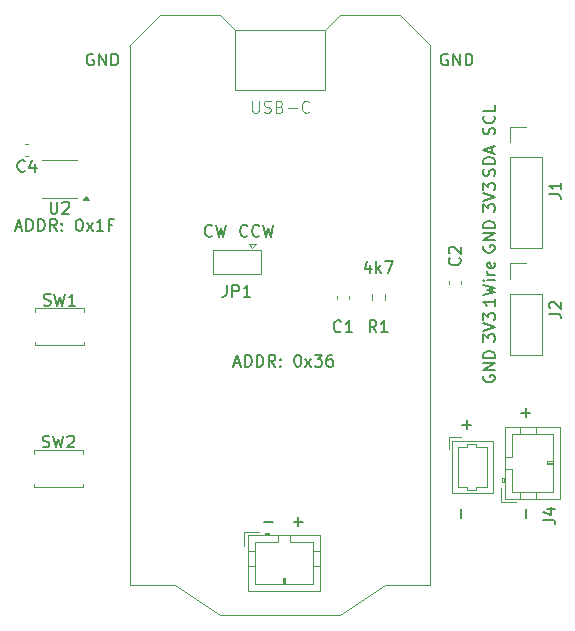
<source format=gbr>
%TF.GenerationSoftware,KiCad,Pcbnew,8.0.7-8.0.7-0~ubuntu22.04.1*%
%TF.CreationDate,2025-01-06T16:11:52+01:00*%
%TF.ProjectId,crack_monitoring_minimal,63726163-6b5f-46d6-9f6e-69746f72696e,rev?*%
%TF.SameCoordinates,Original*%
%TF.FileFunction,Legend,Top*%
%TF.FilePolarity,Positive*%
%FSLAX46Y46*%
G04 Gerber Fmt 4.6, Leading zero omitted, Abs format (unit mm)*
G04 Created by KiCad (PCBNEW 8.0.7-8.0.7-0~ubuntu22.04.1) date 2025-01-06 16:11:52*
%MOMM*%
%LPD*%
G01*
G04 APERTURE LIST*
%ADD10C,0.150000*%
%ADD11C,0.100000*%
%ADD12C,0.120000*%
G04 APERTURE END LIST*
D10*
X165988866Y-84663220D02*
X165988866Y-83901316D01*
X166369819Y-84282268D02*
X165607914Y-84282268D01*
X168322200Y-63210839D02*
X168369819Y-63067982D01*
X168369819Y-63067982D02*
X168369819Y-62829887D01*
X168369819Y-62829887D02*
X168322200Y-62734649D01*
X168322200Y-62734649D02*
X168274580Y-62687030D01*
X168274580Y-62687030D02*
X168179342Y-62639411D01*
X168179342Y-62639411D02*
X168084104Y-62639411D01*
X168084104Y-62639411D02*
X167988866Y-62687030D01*
X167988866Y-62687030D02*
X167941247Y-62734649D01*
X167941247Y-62734649D02*
X167893628Y-62829887D01*
X167893628Y-62829887D02*
X167846009Y-63020363D01*
X167846009Y-63020363D02*
X167798390Y-63115601D01*
X167798390Y-63115601D02*
X167750771Y-63163220D01*
X167750771Y-63163220D02*
X167655533Y-63210839D01*
X167655533Y-63210839D02*
X167560295Y-63210839D01*
X167560295Y-63210839D02*
X167465057Y-63163220D01*
X167465057Y-63163220D02*
X167417438Y-63115601D01*
X167417438Y-63115601D02*
X167369819Y-63020363D01*
X167369819Y-63020363D02*
X167369819Y-62782268D01*
X167369819Y-62782268D02*
X167417438Y-62639411D01*
X168369819Y-62210839D02*
X167369819Y-62210839D01*
X167369819Y-62210839D02*
X167369819Y-61972744D01*
X167369819Y-61972744D02*
X167417438Y-61829887D01*
X167417438Y-61829887D02*
X167512676Y-61734649D01*
X167512676Y-61734649D02*
X167607914Y-61687030D01*
X167607914Y-61687030D02*
X167798390Y-61639411D01*
X167798390Y-61639411D02*
X167941247Y-61639411D01*
X167941247Y-61639411D02*
X168131723Y-61687030D01*
X168131723Y-61687030D02*
X168226961Y-61734649D01*
X168226961Y-61734649D02*
X168322200Y-61829887D01*
X168322200Y-61829887D02*
X168369819Y-61972744D01*
X168369819Y-61972744D02*
X168369819Y-62210839D01*
X168084104Y-61258458D02*
X168084104Y-60782268D01*
X168369819Y-61353696D02*
X167369819Y-61020363D01*
X167369819Y-61020363D02*
X168369819Y-60687030D01*
X147408207Y-68274580D02*
X147360588Y-68322200D01*
X147360588Y-68322200D02*
X147217731Y-68369819D01*
X147217731Y-68369819D02*
X147122493Y-68369819D01*
X147122493Y-68369819D02*
X146979636Y-68322200D01*
X146979636Y-68322200D02*
X146884398Y-68226961D01*
X146884398Y-68226961D02*
X146836779Y-68131723D01*
X146836779Y-68131723D02*
X146789160Y-67941247D01*
X146789160Y-67941247D02*
X146789160Y-67798390D01*
X146789160Y-67798390D02*
X146836779Y-67607914D01*
X146836779Y-67607914D02*
X146884398Y-67512676D01*
X146884398Y-67512676D02*
X146979636Y-67417438D01*
X146979636Y-67417438D02*
X147122493Y-67369819D01*
X147122493Y-67369819D02*
X147217731Y-67369819D01*
X147217731Y-67369819D02*
X147360588Y-67417438D01*
X147360588Y-67417438D02*
X147408207Y-67465057D01*
X148408207Y-68274580D02*
X148360588Y-68322200D01*
X148360588Y-68322200D02*
X148217731Y-68369819D01*
X148217731Y-68369819D02*
X148122493Y-68369819D01*
X148122493Y-68369819D02*
X147979636Y-68322200D01*
X147979636Y-68322200D02*
X147884398Y-68226961D01*
X147884398Y-68226961D02*
X147836779Y-68131723D01*
X147836779Y-68131723D02*
X147789160Y-67941247D01*
X147789160Y-67941247D02*
X147789160Y-67798390D01*
X147789160Y-67798390D02*
X147836779Y-67607914D01*
X147836779Y-67607914D02*
X147884398Y-67512676D01*
X147884398Y-67512676D02*
X147979636Y-67417438D01*
X147979636Y-67417438D02*
X148122493Y-67369819D01*
X148122493Y-67369819D02*
X148217731Y-67369819D01*
X148217731Y-67369819D02*
X148360588Y-67417438D01*
X148360588Y-67417438D02*
X148408207Y-67465057D01*
X148741541Y-67369819D02*
X148979636Y-68369819D01*
X148979636Y-68369819D02*
X149170112Y-67655533D01*
X149170112Y-67655533D02*
X149360588Y-68369819D01*
X149360588Y-68369819D02*
X149598684Y-67369819D01*
X144408207Y-68274580D02*
X144360588Y-68322200D01*
X144360588Y-68322200D02*
X144217731Y-68369819D01*
X144217731Y-68369819D02*
X144122493Y-68369819D01*
X144122493Y-68369819D02*
X143979636Y-68322200D01*
X143979636Y-68322200D02*
X143884398Y-68226961D01*
X143884398Y-68226961D02*
X143836779Y-68131723D01*
X143836779Y-68131723D02*
X143789160Y-67941247D01*
X143789160Y-67941247D02*
X143789160Y-67798390D01*
X143789160Y-67798390D02*
X143836779Y-67607914D01*
X143836779Y-67607914D02*
X143884398Y-67512676D01*
X143884398Y-67512676D02*
X143979636Y-67417438D01*
X143979636Y-67417438D02*
X144122493Y-67369819D01*
X144122493Y-67369819D02*
X144217731Y-67369819D01*
X144217731Y-67369819D02*
X144360588Y-67417438D01*
X144360588Y-67417438D02*
X144408207Y-67465057D01*
X144741541Y-67369819D02*
X144979636Y-68369819D01*
X144979636Y-68369819D02*
X145170112Y-67655533D01*
X145170112Y-67655533D02*
X145360588Y-68369819D01*
X145360588Y-68369819D02*
X145598684Y-67369819D01*
X167369819Y-66258458D02*
X167369819Y-65639411D01*
X167369819Y-65639411D02*
X167750771Y-65972744D01*
X167750771Y-65972744D02*
X167750771Y-65829887D01*
X167750771Y-65829887D02*
X167798390Y-65734649D01*
X167798390Y-65734649D02*
X167846009Y-65687030D01*
X167846009Y-65687030D02*
X167941247Y-65639411D01*
X167941247Y-65639411D02*
X168179342Y-65639411D01*
X168179342Y-65639411D02*
X168274580Y-65687030D01*
X168274580Y-65687030D02*
X168322200Y-65734649D01*
X168322200Y-65734649D02*
X168369819Y-65829887D01*
X168369819Y-65829887D02*
X168369819Y-66115601D01*
X168369819Y-66115601D02*
X168322200Y-66210839D01*
X168322200Y-66210839D02*
X168274580Y-66258458D01*
X167369819Y-65353696D02*
X168369819Y-65020363D01*
X168369819Y-65020363D02*
X167369819Y-64687030D01*
X167369819Y-64448934D02*
X167369819Y-63829887D01*
X167369819Y-63829887D02*
X167750771Y-64163220D01*
X167750771Y-64163220D02*
X167750771Y-64020363D01*
X167750771Y-64020363D02*
X167798390Y-63925125D01*
X167798390Y-63925125D02*
X167846009Y-63877506D01*
X167846009Y-63877506D02*
X167941247Y-63829887D01*
X167941247Y-63829887D02*
X168179342Y-63829887D01*
X168179342Y-63829887D02*
X168274580Y-63877506D01*
X168274580Y-63877506D02*
X168322200Y-63925125D01*
X168322200Y-63925125D02*
X168369819Y-64020363D01*
X168369819Y-64020363D02*
X168369819Y-64306077D01*
X168369819Y-64306077D02*
X168322200Y-64401315D01*
X168322200Y-64401315D02*
X168274580Y-64448934D01*
X168322200Y-59710839D02*
X168369819Y-59567982D01*
X168369819Y-59567982D02*
X168369819Y-59329887D01*
X168369819Y-59329887D02*
X168322200Y-59234649D01*
X168322200Y-59234649D02*
X168274580Y-59187030D01*
X168274580Y-59187030D02*
X168179342Y-59139411D01*
X168179342Y-59139411D02*
X168084104Y-59139411D01*
X168084104Y-59139411D02*
X167988866Y-59187030D01*
X167988866Y-59187030D02*
X167941247Y-59234649D01*
X167941247Y-59234649D02*
X167893628Y-59329887D01*
X167893628Y-59329887D02*
X167846009Y-59520363D01*
X167846009Y-59520363D02*
X167798390Y-59615601D01*
X167798390Y-59615601D02*
X167750771Y-59663220D01*
X167750771Y-59663220D02*
X167655533Y-59710839D01*
X167655533Y-59710839D02*
X167560295Y-59710839D01*
X167560295Y-59710839D02*
X167465057Y-59663220D01*
X167465057Y-59663220D02*
X167417438Y-59615601D01*
X167417438Y-59615601D02*
X167369819Y-59520363D01*
X167369819Y-59520363D02*
X167369819Y-59282268D01*
X167369819Y-59282268D02*
X167417438Y-59139411D01*
X168274580Y-58139411D02*
X168322200Y-58187030D01*
X168322200Y-58187030D02*
X168369819Y-58329887D01*
X168369819Y-58329887D02*
X168369819Y-58425125D01*
X168369819Y-58425125D02*
X168322200Y-58567982D01*
X168322200Y-58567982D02*
X168226961Y-58663220D01*
X168226961Y-58663220D02*
X168131723Y-58710839D01*
X168131723Y-58710839D02*
X167941247Y-58758458D01*
X167941247Y-58758458D02*
X167798390Y-58758458D01*
X167798390Y-58758458D02*
X167607914Y-58710839D01*
X167607914Y-58710839D02*
X167512676Y-58663220D01*
X167512676Y-58663220D02*
X167417438Y-58567982D01*
X167417438Y-58567982D02*
X167369819Y-58425125D01*
X167369819Y-58425125D02*
X167369819Y-58329887D01*
X167369819Y-58329887D02*
X167417438Y-58187030D01*
X167417438Y-58187030D02*
X167465057Y-58139411D01*
X168369819Y-57234649D02*
X168369819Y-57710839D01*
X168369819Y-57710839D02*
X167369819Y-57710839D01*
X167417438Y-69139411D02*
X167369819Y-69234649D01*
X167369819Y-69234649D02*
X167369819Y-69377506D01*
X167369819Y-69377506D02*
X167417438Y-69520363D01*
X167417438Y-69520363D02*
X167512676Y-69615601D01*
X167512676Y-69615601D02*
X167607914Y-69663220D01*
X167607914Y-69663220D02*
X167798390Y-69710839D01*
X167798390Y-69710839D02*
X167941247Y-69710839D01*
X167941247Y-69710839D02*
X168131723Y-69663220D01*
X168131723Y-69663220D02*
X168226961Y-69615601D01*
X168226961Y-69615601D02*
X168322200Y-69520363D01*
X168322200Y-69520363D02*
X168369819Y-69377506D01*
X168369819Y-69377506D02*
X168369819Y-69282268D01*
X168369819Y-69282268D02*
X168322200Y-69139411D01*
X168322200Y-69139411D02*
X168274580Y-69091792D01*
X168274580Y-69091792D02*
X167941247Y-69091792D01*
X167941247Y-69091792D02*
X167941247Y-69282268D01*
X168369819Y-68663220D02*
X167369819Y-68663220D01*
X167369819Y-68663220D02*
X168369819Y-68091792D01*
X168369819Y-68091792D02*
X167369819Y-68091792D01*
X168369819Y-67615601D02*
X167369819Y-67615601D01*
X167369819Y-67615601D02*
X167369819Y-67377506D01*
X167369819Y-67377506D02*
X167417438Y-67234649D01*
X167417438Y-67234649D02*
X167512676Y-67139411D01*
X167512676Y-67139411D02*
X167607914Y-67091792D01*
X167607914Y-67091792D02*
X167798390Y-67044173D01*
X167798390Y-67044173D02*
X167941247Y-67044173D01*
X167941247Y-67044173D02*
X168131723Y-67091792D01*
X168131723Y-67091792D02*
X168226961Y-67139411D01*
X168226961Y-67139411D02*
X168322200Y-67234649D01*
X168322200Y-67234649D02*
X168369819Y-67377506D01*
X168369819Y-67377506D02*
X168369819Y-67615601D01*
X167417438Y-80139411D02*
X167369819Y-80234649D01*
X167369819Y-80234649D02*
X167369819Y-80377506D01*
X167369819Y-80377506D02*
X167417438Y-80520363D01*
X167417438Y-80520363D02*
X167512676Y-80615601D01*
X167512676Y-80615601D02*
X167607914Y-80663220D01*
X167607914Y-80663220D02*
X167798390Y-80710839D01*
X167798390Y-80710839D02*
X167941247Y-80710839D01*
X167941247Y-80710839D02*
X168131723Y-80663220D01*
X168131723Y-80663220D02*
X168226961Y-80615601D01*
X168226961Y-80615601D02*
X168322200Y-80520363D01*
X168322200Y-80520363D02*
X168369819Y-80377506D01*
X168369819Y-80377506D02*
X168369819Y-80282268D01*
X168369819Y-80282268D02*
X168322200Y-80139411D01*
X168322200Y-80139411D02*
X168274580Y-80091792D01*
X168274580Y-80091792D02*
X167941247Y-80091792D01*
X167941247Y-80091792D02*
X167941247Y-80282268D01*
X168369819Y-79663220D02*
X167369819Y-79663220D01*
X167369819Y-79663220D02*
X168369819Y-79091792D01*
X168369819Y-79091792D02*
X167369819Y-79091792D01*
X168369819Y-78615601D02*
X167369819Y-78615601D01*
X167369819Y-78615601D02*
X167369819Y-78377506D01*
X167369819Y-78377506D02*
X167417438Y-78234649D01*
X167417438Y-78234649D02*
X167512676Y-78139411D01*
X167512676Y-78139411D02*
X167607914Y-78091792D01*
X167607914Y-78091792D02*
X167798390Y-78044173D01*
X167798390Y-78044173D02*
X167941247Y-78044173D01*
X167941247Y-78044173D02*
X168131723Y-78091792D01*
X168131723Y-78091792D02*
X168226961Y-78139411D01*
X168226961Y-78139411D02*
X168322200Y-78234649D01*
X168322200Y-78234649D02*
X168369819Y-78377506D01*
X168369819Y-78377506D02*
X168369819Y-78615601D01*
X148836779Y-92488866D02*
X149598684Y-92488866D01*
X170988866Y-83663220D02*
X170988866Y-82901316D01*
X171369819Y-83282268D02*
X170607914Y-83282268D01*
X167369819Y-77258458D02*
X167369819Y-76639411D01*
X167369819Y-76639411D02*
X167750771Y-76972744D01*
X167750771Y-76972744D02*
X167750771Y-76829887D01*
X167750771Y-76829887D02*
X167798390Y-76734649D01*
X167798390Y-76734649D02*
X167846009Y-76687030D01*
X167846009Y-76687030D02*
X167941247Y-76639411D01*
X167941247Y-76639411D02*
X168179342Y-76639411D01*
X168179342Y-76639411D02*
X168274580Y-76687030D01*
X168274580Y-76687030D02*
X168322200Y-76734649D01*
X168322200Y-76734649D02*
X168369819Y-76829887D01*
X168369819Y-76829887D02*
X168369819Y-77115601D01*
X168369819Y-77115601D02*
X168322200Y-77210839D01*
X168322200Y-77210839D02*
X168274580Y-77258458D01*
X167369819Y-76353696D02*
X168369819Y-76020363D01*
X168369819Y-76020363D02*
X167369819Y-75687030D01*
X167369819Y-75448934D02*
X167369819Y-74829887D01*
X167369819Y-74829887D02*
X167750771Y-75163220D01*
X167750771Y-75163220D02*
X167750771Y-75020363D01*
X167750771Y-75020363D02*
X167798390Y-74925125D01*
X167798390Y-74925125D02*
X167846009Y-74877506D01*
X167846009Y-74877506D02*
X167941247Y-74829887D01*
X167941247Y-74829887D02*
X168179342Y-74829887D01*
X168179342Y-74829887D02*
X168274580Y-74877506D01*
X168274580Y-74877506D02*
X168322200Y-74925125D01*
X168322200Y-74925125D02*
X168369819Y-75020363D01*
X168369819Y-75020363D02*
X168369819Y-75306077D01*
X168369819Y-75306077D02*
X168322200Y-75401315D01*
X168322200Y-75401315D02*
X168274580Y-75448934D01*
X134360588Y-52917438D02*
X134265350Y-52869819D01*
X134265350Y-52869819D02*
X134122493Y-52869819D01*
X134122493Y-52869819D02*
X133979636Y-52917438D01*
X133979636Y-52917438D02*
X133884398Y-53012676D01*
X133884398Y-53012676D02*
X133836779Y-53107914D01*
X133836779Y-53107914D02*
X133789160Y-53298390D01*
X133789160Y-53298390D02*
X133789160Y-53441247D01*
X133789160Y-53441247D02*
X133836779Y-53631723D01*
X133836779Y-53631723D02*
X133884398Y-53726961D01*
X133884398Y-53726961D02*
X133979636Y-53822200D01*
X133979636Y-53822200D02*
X134122493Y-53869819D01*
X134122493Y-53869819D02*
X134217731Y-53869819D01*
X134217731Y-53869819D02*
X134360588Y-53822200D01*
X134360588Y-53822200D02*
X134408207Y-53774580D01*
X134408207Y-53774580D02*
X134408207Y-53441247D01*
X134408207Y-53441247D02*
X134217731Y-53441247D01*
X134836779Y-53869819D02*
X134836779Y-52869819D01*
X134836779Y-52869819D02*
X135408207Y-53869819D01*
X135408207Y-53869819D02*
X135408207Y-52869819D01*
X135884398Y-53869819D02*
X135884398Y-52869819D01*
X135884398Y-52869819D02*
X136122493Y-52869819D01*
X136122493Y-52869819D02*
X136265350Y-52917438D01*
X136265350Y-52917438D02*
X136360588Y-53012676D01*
X136360588Y-53012676D02*
X136408207Y-53107914D01*
X136408207Y-53107914D02*
X136455826Y-53298390D01*
X136455826Y-53298390D02*
X136455826Y-53441247D01*
X136455826Y-53441247D02*
X136408207Y-53631723D01*
X136408207Y-53631723D02*
X136360588Y-53726961D01*
X136360588Y-53726961D02*
X136265350Y-53822200D01*
X136265350Y-53822200D02*
X136122493Y-53869819D01*
X136122493Y-53869819D02*
X135884398Y-53869819D01*
X168369819Y-73639411D02*
X168369819Y-74210839D01*
X168369819Y-73925125D02*
X167369819Y-73925125D01*
X167369819Y-73925125D02*
X167512676Y-74020363D01*
X167512676Y-74020363D02*
X167607914Y-74115601D01*
X167607914Y-74115601D02*
X167655533Y-74210839D01*
X167369819Y-73306077D02*
X168369819Y-73067982D01*
X168369819Y-73067982D02*
X167655533Y-72877506D01*
X167655533Y-72877506D02*
X168369819Y-72687030D01*
X168369819Y-72687030D02*
X167369819Y-72448935D01*
X168369819Y-72067982D02*
X167703152Y-72067982D01*
X167369819Y-72067982D02*
X167417438Y-72115601D01*
X167417438Y-72115601D02*
X167465057Y-72067982D01*
X167465057Y-72067982D02*
X167417438Y-72020363D01*
X167417438Y-72020363D02*
X167369819Y-72067982D01*
X167369819Y-72067982D02*
X167465057Y-72067982D01*
X168369819Y-71591792D02*
X167703152Y-71591792D01*
X167893628Y-71591792D02*
X167798390Y-71544173D01*
X167798390Y-71544173D02*
X167750771Y-71496554D01*
X167750771Y-71496554D02*
X167703152Y-71401316D01*
X167703152Y-71401316D02*
X167703152Y-71306078D01*
X168322200Y-70591792D02*
X168369819Y-70687030D01*
X168369819Y-70687030D02*
X168369819Y-70877506D01*
X168369819Y-70877506D02*
X168322200Y-70972744D01*
X168322200Y-70972744D02*
X168226961Y-71020363D01*
X168226961Y-71020363D02*
X167846009Y-71020363D01*
X167846009Y-71020363D02*
X167750771Y-70972744D01*
X167750771Y-70972744D02*
X167703152Y-70877506D01*
X167703152Y-70877506D02*
X167703152Y-70687030D01*
X167703152Y-70687030D02*
X167750771Y-70591792D01*
X167750771Y-70591792D02*
X167846009Y-70544173D01*
X167846009Y-70544173D02*
X167941247Y-70544173D01*
X167941247Y-70544173D02*
X168036485Y-71020363D01*
X164360588Y-52917438D02*
X164265350Y-52869819D01*
X164265350Y-52869819D02*
X164122493Y-52869819D01*
X164122493Y-52869819D02*
X163979636Y-52917438D01*
X163979636Y-52917438D02*
X163884398Y-53012676D01*
X163884398Y-53012676D02*
X163836779Y-53107914D01*
X163836779Y-53107914D02*
X163789160Y-53298390D01*
X163789160Y-53298390D02*
X163789160Y-53441247D01*
X163789160Y-53441247D02*
X163836779Y-53631723D01*
X163836779Y-53631723D02*
X163884398Y-53726961D01*
X163884398Y-53726961D02*
X163979636Y-53822200D01*
X163979636Y-53822200D02*
X164122493Y-53869819D01*
X164122493Y-53869819D02*
X164217731Y-53869819D01*
X164217731Y-53869819D02*
X164360588Y-53822200D01*
X164360588Y-53822200D02*
X164408207Y-53774580D01*
X164408207Y-53774580D02*
X164408207Y-53441247D01*
X164408207Y-53441247D02*
X164217731Y-53441247D01*
X164836779Y-53869819D02*
X164836779Y-52869819D01*
X164836779Y-52869819D02*
X165408207Y-53869819D01*
X165408207Y-53869819D02*
X165408207Y-52869819D01*
X165884398Y-53869819D02*
X165884398Y-52869819D01*
X165884398Y-52869819D02*
X166122493Y-52869819D01*
X166122493Y-52869819D02*
X166265350Y-52917438D01*
X166265350Y-52917438D02*
X166360588Y-53012676D01*
X166360588Y-53012676D02*
X166408207Y-53107914D01*
X166408207Y-53107914D02*
X166455826Y-53298390D01*
X166455826Y-53298390D02*
X166455826Y-53441247D01*
X166455826Y-53441247D02*
X166408207Y-53631723D01*
X166408207Y-53631723D02*
X166360588Y-53726961D01*
X166360588Y-53726961D02*
X166265350Y-53822200D01*
X166265350Y-53822200D02*
X166122493Y-53869819D01*
X166122493Y-53869819D02*
X165884398Y-53869819D01*
X146289160Y-79084104D02*
X146765350Y-79084104D01*
X146193922Y-79369819D02*
X146527255Y-78369819D01*
X146527255Y-78369819D02*
X146860588Y-79369819D01*
X147193922Y-79369819D02*
X147193922Y-78369819D01*
X147193922Y-78369819D02*
X147432017Y-78369819D01*
X147432017Y-78369819D02*
X147574874Y-78417438D01*
X147574874Y-78417438D02*
X147670112Y-78512676D01*
X147670112Y-78512676D02*
X147717731Y-78607914D01*
X147717731Y-78607914D02*
X147765350Y-78798390D01*
X147765350Y-78798390D02*
X147765350Y-78941247D01*
X147765350Y-78941247D02*
X147717731Y-79131723D01*
X147717731Y-79131723D02*
X147670112Y-79226961D01*
X147670112Y-79226961D02*
X147574874Y-79322200D01*
X147574874Y-79322200D02*
X147432017Y-79369819D01*
X147432017Y-79369819D02*
X147193922Y-79369819D01*
X148193922Y-79369819D02*
X148193922Y-78369819D01*
X148193922Y-78369819D02*
X148432017Y-78369819D01*
X148432017Y-78369819D02*
X148574874Y-78417438D01*
X148574874Y-78417438D02*
X148670112Y-78512676D01*
X148670112Y-78512676D02*
X148717731Y-78607914D01*
X148717731Y-78607914D02*
X148765350Y-78798390D01*
X148765350Y-78798390D02*
X148765350Y-78941247D01*
X148765350Y-78941247D02*
X148717731Y-79131723D01*
X148717731Y-79131723D02*
X148670112Y-79226961D01*
X148670112Y-79226961D02*
X148574874Y-79322200D01*
X148574874Y-79322200D02*
X148432017Y-79369819D01*
X148432017Y-79369819D02*
X148193922Y-79369819D01*
X149765350Y-79369819D02*
X149432017Y-78893628D01*
X149193922Y-79369819D02*
X149193922Y-78369819D01*
X149193922Y-78369819D02*
X149574874Y-78369819D01*
X149574874Y-78369819D02*
X149670112Y-78417438D01*
X149670112Y-78417438D02*
X149717731Y-78465057D01*
X149717731Y-78465057D02*
X149765350Y-78560295D01*
X149765350Y-78560295D02*
X149765350Y-78703152D01*
X149765350Y-78703152D02*
X149717731Y-78798390D01*
X149717731Y-78798390D02*
X149670112Y-78846009D01*
X149670112Y-78846009D02*
X149574874Y-78893628D01*
X149574874Y-78893628D02*
X149193922Y-78893628D01*
X150193922Y-79274580D02*
X150241541Y-79322200D01*
X150241541Y-79322200D02*
X150193922Y-79369819D01*
X150193922Y-79369819D02*
X150146303Y-79322200D01*
X150146303Y-79322200D02*
X150193922Y-79274580D01*
X150193922Y-79274580D02*
X150193922Y-79369819D01*
X150193922Y-78750771D02*
X150241541Y-78798390D01*
X150241541Y-78798390D02*
X150193922Y-78846009D01*
X150193922Y-78846009D02*
X150146303Y-78798390D01*
X150146303Y-78798390D02*
X150193922Y-78750771D01*
X150193922Y-78750771D02*
X150193922Y-78846009D01*
X151622493Y-78369819D02*
X151717731Y-78369819D01*
X151717731Y-78369819D02*
X151812969Y-78417438D01*
X151812969Y-78417438D02*
X151860588Y-78465057D01*
X151860588Y-78465057D02*
X151908207Y-78560295D01*
X151908207Y-78560295D02*
X151955826Y-78750771D01*
X151955826Y-78750771D02*
X151955826Y-78988866D01*
X151955826Y-78988866D02*
X151908207Y-79179342D01*
X151908207Y-79179342D02*
X151860588Y-79274580D01*
X151860588Y-79274580D02*
X151812969Y-79322200D01*
X151812969Y-79322200D02*
X151717731Y-79369819D01*
X151717731Y-79369819D02*
X151622493Y-79369819D01*
X151622493Y-79369819D02*
X151527255Y-79322200D01*
X151527255Y-79322200D02*
X151479636Y-79274580D01*
X151479636Y-79274580D02*
X151432017Y-79179342D01*
X151432017Y-79179342D02*
X151384398Y-78988866D01*
X151384398Y-78988866D02*
X151384398Y-78750771D01*
X151384398Y-78750771D02*
X151432017Y-78560295D01*
X151432017Y-78560295D02*
X151479636Y-78465057D01*
X151479636Y-78465057D02*
X151527255Y-78417438D01*
X151527255Y-78417438D02*
X151622493Y-78369819D01*
X152289160Y-79369819D02*
X152812969Y-78703152D01*
X152289160Y-78703152D02*
X152812969Y-79369819D01*
X153098684Y-78369819D02*
X153717731Y-78369819D01*
X153717731Y-78369819D02*
X153384398Y-78750771D01*
X153384398Y-78750771D02*
X153527255Y-78750771D01*
X153527255Y-78750771D02*
X153622493Y-78798390D01*
X153622493Y-78798390D02*
X153670112Y-78846009D01*
X153670112Y-78846009D02*
X153717731Y-78941247D01*
X153717731Y-78941247D02*
X153717731Y-79179342D01*
X153717731Y-79179342D02*
X153670112Y-79274580D01*
X153670112Y-79274580D02*
X153622493Y-79322200D01*
X153622493Y-79322200D02*
X153527255Y-79369819D01*
X153527255Y-79369819D02*
X153241541Y-79369819D01*
X153241541Y-79369819D02*
X153146303Y-79322200D01*
X153146303Y-79322200D02*
X153098684Y-79274580D01*
X154574874Y-78369819D02*
X154384398Y-78369819D01*
X154384398Y-78369819D02*
X154289160Y-78417438D01*
X154289160Y-78417438D02*
X154241541Y-78465057D01*
X154241541Y-78465057D02*
X154146303Y-78607914D01*
X154146303Y-78607914D02*
X154098684Y-78798390D01*
X154098684Y-78798390D02*
X154098684Y-79179342D01*
X154098684Y-79179342D02*
X154146303Y-79274580D01*
X154146303Y-79274580D02*
X154193922Y-79322200D01*
X154193922Y-79322200D02*
X154289160Y-79369819D01*
X154289160Y-79369819D02*
X154479636Y-79369819D01*
X154479636Y-79369819D02*
X154574874Y-79322200D01*
X154574874Y-79322200D02*
X154622493Y-79274580D01*
X154622493Y-79274580D02*
X154670112Y-79179342D01*
X154670112Y-79179342D02*
X154670112Y-78941247D01*
X154670112Y-78941247D02*
X154622493Y-78846009D01*
X154622493Y-78846009D02*
X154574874Y-78798390D01*
X154574874Y-78798390D02*
X154479636Y-78750771D01*
X154479636Y-78750771D02*
X154289160Y-78750771D01*
X154289160Y-78750771D02*
X154193922Y-78798390D01*
X154193922Y-78798390D02*
X154146303Y-78846009D01*
X154146303Y-78846009D02*
X154098684Y-78941247D01*
X127789160Y-67584104D02*
X128265350Y-67584104D01*
X127693922Y-67869819D02*
X128027255Y-66869819D01*
X128027255Y-66869819D02*
X128360588Y-67869819D01*
X128693922Y-67869819D02*
X128693922Y-66869819D01*
X128693922Y-66869819D02*
X128932017Y-66869819D01*
X128932017Y-66869819D02*
X129074874Y-66917438D01*
X129074874Y-66917438D02*
X129170112Y-67012676D01*
X129170112Y-67012676D02*
X129217731Y-67107914D01*
X129217731Y-67107914D02*
X129265350Y-67298390D01*
X129265350Y-67298390D02*
X129265350Y-67441247D01*
X129265350Y-67441247D02*
X129217731Y-67631723D01*
X129217731Y-67631723D02*
X129170112Y-67726961D01*
X129170112Y-67726961D02*
X129074874Y-67822200D01*
X129074874Y-67822200D02*
X128932017Y-67869819D01*
X128932017Y-67869819D02*
X128693922Y-67869819D01*
X129693922Y-67869819D02*
X129693922Y-66869819D01*
X129693922Y-66869819D02*
X129932017Y-66869819D01*
X129932017Y-66869819D02*
X130074874Y-66917438D01*
X130074874Y-66917438D02*
X130170112Y-67012676D01*
X130170112Y-67012676D02*
X130217731Y-67107914D01*
X130217731Y-67107914D02*
X130265350Y-67298390D01*
X130265350Y-67298390D02*
X130265350Y-67441247D01*
X130265350Y-67441247D02*
X130217731Y-67631723D01*
X130217731Y-67631723D02*
X130170112Y-67726961D01*
X130170112Y-67726961D02*
X130074874Y-67822200D01*
X130074874Y-67822200D02*
X129932017Y-67869819D01*
X129932017Y-67869819D02*
X129693922Y-67869819D01*
X131265350Y-67869819D02*
X130932017Y-67393628D01*
X130693922Y-67869819D02*
X130693922Y-66869819D01*
X130693922Y-66869819D02*
X131074874Y-66869819D01*
X131074874Y-66869819D02*
X131170112Y-66917438D01*
X131170112Y-66917438D02*
X131217731Y-66965057D01*
X131217731Y-66965057D02*
X131265350Y-67060295D01*
X131265350Y-67060295D02*
X131265350Y-67203152D01*
X131265350Y-67203152D02*
X131217731Y-67298390D01*
X131217731Y-67298390D02*
X131170112Y-67346009D01*
X131170112Y-67346009D02*
X131074874Y-67393628D01*
X131074874Y-67393628D02*
X130693922Y-67393628D01*
X131693922Y-67774580D02*
X131741541Y-67822200D01*
X131741541Y-67822200D02*
X131693922Y-67869819D01*
X131693922Y-67869819D02*
X131646303Y-67822200D01*
X131646303Y-67822200D02*
X131693922Y-67774580D01*
X131693922Y-67774580D02*
X131693922Y-67869819D01*
X131693922Y-67250771D02*
X131741541Y-67298390D01*
X131741541Y-67298390D02*
X131693922Y-67346009D01*
X131693922Y-67346009D02*
X131646303Y-67298390D01*
X131646303Y-67298390D02*
X131693922Y-67250771D01*
X131693922Y-67250771D02*
X131693922Y-67346009D01*
X133122493Y-66869819D02*
X133217731Y-66869819D01*
X133217731Y-66869819D02*
X133312969Y-66917438D01*
X133312969Y-66917438D02*
X133360588Y-66965057D01*
X133360588Y-66965057D02*
X133408207Y-67060295D01*
X133408207Y-67060295D02*
X133455826Y-67250771D01*
X133455826Y-67250771D02*
X133455826Y-67488866D01*
X133455826Y-67488866D02*
X133408207Y-67679342D01*
X133408207Y-67679342D02*
X133360588Y-67774580D01*
X133360588Y-67774580D02*
X133312969Y-67822200D01*
X133312969Y-67822200D02*
X133217731Y-67869819D01*
X133217731Y-67869819D02*
X133122493Y-67869819D01*
X133122493Y-67869819D02*
X133027255Y-67822200D01*
X133027255Y-67822200D02*
X132979636Y-67774580D01*
X132979636Y-67774580D02*
X132932017Y-67679342D01*
X132932017Y-67679342D02*
X132884398Y-67488866D01*
X132884398Y-67488866D02*
X132884398Y-67250771D01*
X132884398Y-67250771D02*
X132932017Y-67060295D01*
X132932017Y-67060295D02*
X132979636Y-66965057D01*
X132979636Y-66965057D02*
X133027255Y-66917438D01*
X133027255Y-66917438D02*
X133122493Y-66869819D01*
X133789160Y-67869819D02*
X134312969Y-67203152D01*
X133789160Y-67203152D02*
X134312969Y-67869819D01*
X135217731Y-67869819D02*
X134646303Y-67869819D01*
X134932017Y-67869819D02*
X134932017Y-66869819D01*
X134932017Y-66869819D02*
X134836779Y-67012676D01*
X134836779Y-67012676D02*
X134741541Y-67107914D01*
X134741541Y-67107914D02*
X134646303Y-67155533D01*
X135979636Y-67346009D02*
X135646303Y-67346009D01*
X135646303Y-67869819D02*
X135646303Y-66869819D01*
X135646303Y-66869819D02*
X136122493Y-66869819D01*
X151336779Y-92488866D02*
X152098684Y-92488866D01*
X151717731Y-92869819D02*
X151717731Y-92107914D01*
X165488866Y-92163220D02*
X165488866Y-91401316D01*
X170988866Y-92163220D02*
X170988866Y-91401316D01*
X157809523Y-70788152D02*
X157809523Y-71454819D01*
X157571428Y-70407200D02*
X157333333Y-71121485D01*
X157333333Y-71121485D02*
X157952380Y-71121485D01*
X158333333Y-71454819D02*
X158333333Y-70454819D01*
X158428571Y-71073866D02*
X158714285Y-71454819D01*
X158714285Y-70788152D02*
X158333333Y-71169104D01*
X159047619Y-70454819D02*
X159714285Y-70454819D01*
X159714285Y-70454819D02*
X159285714Y-71454819D01*
X165359580Y-70166666D02*
X165407200Y-70214285D01*
X165407200Y-70214285D02*
X165454819Y-70357142D01*
X165454819Y-70357142D02*
X165454819Y-70452380D01*
X165454819Y-70452380D02*
X165407200Y-70595237D01*
X165407200Y-70595237D02*
X165311961Y-70690475D01*
X165311961Y-70690475D02*
X165216723Y-70738094D01*
X165216723Y-70738094D02*
X165026247Y-70785713D01*
X165026247Y-70785713D02*
X164883390Y-70785713D01*
X164883390Y-70785713D02*
X164692914Y-70738094D01*
X164692914Y-70738094D02*
X164597676Y-70690475D01*
X164597676Y-70690475D02*
X164502438Y-70595237D01*
X164502438Y-70595237D02*
X164454819Y-70452380D01*
X164454819Y-70452380D02*
X164454819Y-70357142D01*
X164454819Y-70357142D02*
X164502438Y-70214285D01*
X164502438Y-70214285D02*
X164550057Y-70166666D01*
X164550057Y-69785713D02*
X164502438Y-69738094D01*
X164502438Y-69738094D02*
X164454819Y-69642856D01*
X164454819Y-69642856D02*
X164454819Y-69404761D01*
X164454819Y-69404761D02*
X164502438Y-69309523D01*
X164502438Y-69309523D02*
X164550057Y-69261904D01*
X164550057Y-69261904D02*
X164645295Y-69214285D01*
X164645295Y-69214285D02*
X164740533Y-69214285D01*
X164740533Y-69214285D02*
X164883390Y-69261904D01*
X164883390Y-69261904D02*
X165454819Y-69833332D01*
X165454819Y-69833332D02*
X165454819Y-69214285D01*
X158333333Y-76454819D02*
X158000000Y-75978628D01*
X157761905Y-76454819D02*
X157761905Y-75454819D01*
X157761905Y-75454819D02*
X158142857Y-75454819D01*
X158142857Y-75454819D02*
X158238095Y-75502438D01*
X158238095Y-75502438D02*
X158285714Y-75550057D01*
X158285714Y-75550057D02*
X158333333Y-75645295D01*
X158333333Y-75645295D02*
X158333333Y-75788152D01*
X158333333Y-75788152D02*
X158285714Y-75883390D01*
X158285714Y-75883390D02*
X158238095Y-75931009D01*
X158238095Y-75931009D02*
X158142857Y-75978628D01*
X158142857Y-75978628D02*
X157761905Y-75978628D01*
X159285714Y-76454819D02*
X158714286Y-76454819D01*
X159000000Y-76454819D02*
X159000000Y-75454819D01*
X159000000Y-75454819D02*
X158904762Y-75597676D01*
X158904762Y-75597676D02*
X158809524Y-75692914D01*
X158809524Y-75692914D02*
X158714286Y-75740533D01*
X130166667Y-74157200D02*
X130309524Y-74204819D01*
X130309524Y-74204819D02*
X130547619Y-74204819D01*
X130547619Y-74204819D02*
X130642857Y-74157200D01*
X130642857Y-74157200D02*
X130690476Y-74109580D01*
X130690476Y-74109580D02*
X130738095Y-74014342D01*
X130738095Y-74014342D02*
X130738095Y-73919104D01*
X130738095Y-73919104D02*
X130690476Y-73823866D01*
X130690476Y-73823866D02*
X130642857Y-73776247D01*
X130642857Y-73776247D02*
X130547619Y-73728628D01*
X130547619Y-73728628D02*
X130357143Y-73681009D01*
X130357143Y-73681009D02*
X130261905Y-73633390D01*
X130261905Y-73633390D02*
X130214286Y-73585771D01*
X130214286Y-73585771D02*
X130166667Y-73490533D01*
X130166667Y-73490533D02*
X130166667Y-73395295D01*
X130166667Y-73395295D02*
X130214286Y-73300057D01*
X130214286Y-73300057D02*
X130261905Y-73252438D01*
X130261905Y-73252438D02*
X130357143Y-73204819D01*
X130357143Y-73204819D02*
X130595238Y-73204819D01*
X130595238Y-73204819D02*
X130738095Y-73252438D01*
X131071429Y-73204819D02*
X131309524Y-74204819D01*
X131309524Y-74204819D02*
X131500000Y-73490533D01*
X131500000Y-73490533D02*
X131690476Y-74204819D01*
X131690476Y-74204819D02*
X131928572Y-73204819D01*
X132833333Y-74204819D02*
X132261905Y-74204819D01*
X132547619Y-74204819D02*
X132547619Y-73204819D01*
X132547619Y-73204819D02*
X132452381Y-73347676D01*
X132452381Y-73347676D02*
X132357143Y-73442914D01*
X132357143Y-73442914D02*
X132261905Y-73490533D01*
X172954819Y-64793333D02*
X173669104Y-64793333D01*
X173669104Y-64793333D02*
X173811961Y-64840952D01*
X173811961Y-64840952D02*
X173907200Y-64936190D01*
X173907200Y-64936190D02*
X173954819Y-65079047D01*
X173954819Y-65079047D02*
X173954819Y-65174285D01*
X173954819Y-63793333D02*
X173954819Y-64364761D01*
X173954819Y-64079047D02*
X172954819Y-64079047D01*
X172954819Y-64079047D02*
X173097676Y-64174285D01*
X173097676Y-64174285D02*
X173192914Y-64269523D01*
X173192914Y-64269523D02*
X173240533Y-64364761D01*
X172954819Y-74873333D02*
X173669104Y-74873333D01*
X173669104Y-74873333D02*
X173811961Y-74920952D01*
X173811961Y-74920952D02*
X173907200Y-75016190D01*
X173907200Y-75016190D02*
X173954819Y-75159047D01*
X173954819Y-75159047D02*
X173954819Y-75254285D01*
X173050057Y-74444761D02*
X173002438Y-74397142D01*
X173002438Y-74397142D02*
X172954819Y-74301904D01*
X172954819Y-74301904D02*
X172954819Y-74063809D01*
X172954819Y-74063809D02*
X173002438Y-73968571D01*
X173002438Y-73968571D02*
X173050057Y-73920952D01*
X173050057Y-73920952D02*
X173145295Y-73873333D01*
X173145295Y-73873333D02*
X173240533Y-73873333D01*
X173240533Y-73873333D02*
X173383390Y-73920952D01*
X173383390Y-73920952D02*
X173954819Y-74492380D01*
X173954819Y-74492380D02*
X173954819Y-73873333D01*
X172454819Y-92333333D02*
X173169104Y-92333333D01*
X173169104Y-92333333D02*
X173311961Y-92380952D01*
X173311961Y-92380952D02*
X173407200Y-92476190D01*
X173407200Y-92476190D02*
X173454819Y-92619047D01*
X173454819Y-92619047D02*
X173454819Y-92714285D01*
X172788152Y-91428571D02*
X173454819Y-91428571D01*
X172407200Y-91666666D02*
X173121485Y-91904761D01*
X173121485Y-91904761D02*
X173121485Y-91285714D01*
X155333333Y-76359580D02*
X155285714Y-76407200D01*
X155285714Y-76407200D02*
X155142857Y-76454819D01*
X155142857Y-76454819D02*
X155047619Y-76454819D01*
X155047619Y-76454819D02*
X154904762Y-76407200D01*
X154904762Y-76407200D02*
X154809524Y-76311961D01*
X154809524Y-76311961D02*
X154761905Y-76216723D01*
X154761905Y-76216723D02*
X154714286Y-76026247D01*
X154714286Y-76026247D02*
X154714286Y-75883390D01*
X154714286Y-75883390D02*
X154761905Y-75692914D01*
X154761905Y-75692914D02*
X154809524Y-75597676D01*
X154809524Y-75597676D02*
X154904762Y-75502438D01*
X154904762Y-75502438D02*
X155047619Y-75454819D01*
X155047619Y-75454819D02*
X155142857Y-75454819D01*
X155142857Y-75454819D02*
X155285714Y-75502438D01*
X155285714Y-75502438D02*
X155333333Y-75550057D01*
X156285714Y-76454819D02*
X155714286Y-76454819D01*
X156000000Y-76454819D02*
X156000000Y-75454819D01*
X156000000Y-75454819D02*
X155904762Y-75597676D01*
X155904762Y-75597676D02*
X155809524Y-75692914D01*
X155809524Y-75692914D02*
X155714286Y-75740533D01*
X130738095Y-65404819D02*
X130738095Y-66214342D01*
X130738095Y-66214342D02*
X130785714Y-66309580D01*
X130785714Y-66309580D02*
X130833333Y-66357200D01*
X130833333Y-66357200D02*
X130928571Y-66404819D01*
X130928571Y-66404819D02*
X131119047Y-66404819D01*
X131119047Y-66404819D02*
X131214285Y-66357200D01*
X131214285Y-66357200D02*
X131261904Y-66309580D01*
X131261904Y-66309580D02*
X131309523Y-66214342D01*
X131309523Y-66214342D02*
X131309523Y-65404819D01*
X131738095Y-65500057D02*
X131785714Y-65452438D01*
X131785714Y-65452438D02*
X131880952Y-65404819D01*
X131880952Y-65404819D02*
X132119047Y-65404819D01*
X132119047Y-65404819D02*
X132214285Y-65452438D01*
X132214285Y-65452438D02*
X132261904Y-65500057D01*
X132261904Y-65500057D02*
X132309523Y-65595295D01*
X132309523Y-65595295D02*
X132309523Y-65690533D01*
X132309523Y-65690533D02*
X132261904Y-65833390D01*
X132261904Y-65833390D02*
X131690476Y-66404819D01*
X131690476Y-66404819D02*
X132309523Y-66404819D01*
X130066667Y-86157200D02*
X130209524Y-86204819D01*
X130209524Y-86204819D02*
X130447619Y-86204819D01*
X130447619Y-86204819D02*
X130542857Y-86157200D01*
X130542857Y-86157200D02*
X130590476Y-86109580D01*
X130590476Y-86109580D02*
X130638095Y-86014342D01*
X130638095Y-86014342D02*
X130638095Y-85919104D01*
X130638095Y-85919104D02*
X130590476Y-85823866D01*
X130590476Y-85823866D02*
X130542857Y-85776247D01*
X130542857Y-85776247D02*
X130447619Y-85728628D01*
X130447619Y-85728628D02*
X130257143Y-85681009D01*
X130257143Y-85681009D02*
X130161905Y-85633390D01*
X130161905Y-85633390D02*
X130114286Y-85585771D01*
X130114286Y-85585771D02*
X130066667Y-85490533D01*
X130066667Y-85490533D02*
X130066667Y-85395295D01*
X130066667Y-85395295D02*
X130114286Y-85300057D01*
X130114286Y-85300057D02*
X130161905Y-85252438D01*
X130161905Y-85252438D02*
X130257143Y-85204819D01*
X130257143Y-85204819D02*
X130495238Y-85204819D01*
X130495238Y-85204819D02*
X130638095Y-85252438D01*
X130971429Y-85204819D02*
X131209524Y-86204819D01*
X131209524Y-86204819D02*
X131400000Y-85490533D01*
X131400000Y-85490533D02*
X131590476Y-86204819D01*
X131590476Y-86204819D02*
X131828572Y-85204819D01*
X132161905Y-85300057D02*
X132209524Y-85252438D01*
X132209524Y-85252438D02*
X132304762Y-85204819D01*
X132304762Y-85204819D02*
X132542857Y-85204819D01*
X132542857Y-85204819D02*
X132638095Y-85252438D01*
X132638095Y-85252438D02*
X132685714Y-85300057D01*
X132685714Y-85300057D02*
X132733333Y-85395295D01*
X132733333Y-85395295D02*
X132733333Y-85490533D01*
X132733333Y-85490533D02*
X132685714Y-85633390D01*
X132685714Y-85633390D02*
X132114286Y-86204819D01*
X132114286Y-86204819D02*
X132733333Y-86204819D01*
X145666666Y-72454819D02*
X145666666Y-73169104D01*
X145666666Y-73169104D02*
X145619047Y-73311961D01*
X145619047Y-73311961D02*
X145523809Y-73407200D01*
X145523809Y-73407200D02*
X145380952Y-73454819D01*
X145380952Y-73454819D02*
X145285714Y-73454819D01*
X146142857Y-73454819D02*
X146142857Y-72454819D01*
X146142857Y-72454819D02*
X146523809Y-72454819D01*
X146523809Y-72454819D02*
X146619047Y-72502438D01*
X146619047Y-72502438D02*
X146666666Y-72550057D01*
X146666666Y-72550057D02*
X146714285Y-72645295D01*
X146714285Y-72645295D02*
X146714285Y-72788152D01*
X146714285Y-72788152D02*
X146666666Y-72883390D01*
X146666666Y-72883390D02*
X146619047Y-72931009D01*
X146619047Y-72931009D02*
X146523809Y-72978628D01*
X146523809Y-72978628D02*
X146142857Y-72978628D01*
X147666666Y-73454819D02*
X147095238Y-73454819D01*
X147380952Y-73454819D02*
X147380952Y-72454819D01*
X147380952Y-72454819D02*
X147285714Y-72597676D01*
X147285714Y-72597676D02*
X147190476Y-72692914D01*
X147190476Y-72692914D02*
X147095238Y-72740533D01*
X128558333Y-62789580D02*
X128510714Y-62837200D01*
X128510714Y-62837200D02*
X128367857Y-62884819D01*
X128367857Y-62884819D02*
X128272619Y-62884819D01*
X128272619Y-62884819D02*
X128129762Y-62837200D01*
X128129762Y-62837200D02*
X128034524Y-62741961D01*
X128034524Y-62741961D02*
X127986905Y-62646723D01*
X127986905Y-62646723D02*
X127939286Y-62456247D01*
X127939286Y-62456247D02*
X127939286Y-62313390D01*
X127939286Y-62313390D02*
X127986905Y-62122914D01*
X127986905Y-62122914D02*
X128034524Y-62027676D01*
X128034524Y-62027676D02*
X128129762Y-61932438D01*
X128129762Y-61932438D02*
X128272619Y-61884819D01*
X128272619Y-61884819D02*
X128367857Y-61884819D01*
X128367857Y-61884819D02*
X128510714Y-61932438D01*
X128510714Y-61932438D02*
X128558333Y-61980057D01*
X129415476Y-62218152D02*
X129415476Y-62884819D01*
X129177381Y-61837200D02*
X128939286Y-62551485D01*
X128939286Y-62551485D02*
X129558333Y-62551485D01*
D11*
X147803884Y-56872419D02*
X147803884Y-57681942D01*
X147803884Y-57681942D02*
X147851503Y-57777180D01*
X147851503Y-57777180D02*
X147899122Y-57824800D01*
X147899122Y-57824800D02*
X147994360Y-57872419D01*
X147994360Y-57872419D02*
X148184836Y-57872419D01*
X148184836Y-57872419D02*
X148280074Y-57824800D01*
X148280074Y-57824800D02*
X148327693Y-57777180D01*
X148327693Y-57777180D02*
X148375312Y-57681942D01*
X148375312Y-57681942D02*
X148375312Y-56872419D01*
X148803884Y-57824800D02*
X148946741Y-57872419D01*
X148946741Y-57872419D02*
X149184836Y-57872419D01*
X149184836Y-57872419D02*
X149280074Y-57824800D01*
X149280074Y-57824800D02*
X149327693Y-57777180D01*
X149327693Y-57777180D02*
X149375312Y-57681942D01*
X149375312Y-57681942D02*
X149375312Y-57586704D01*
X149375312Y-57586704D02*
X149327693Y-57491466D01*
X149327693Y-57491466D02*
X149280074Y-57443847D01*
X149280074Y-57443847D02*
X149184836Y-57396228D01*
X149184836Y-57396228D02*
X148994360Y-57348609D01*
X148994360Y-57348609D02*
X148899122Y-57300990D01*
X148899122Y-57300990D02*
X148851503Y-57253371D01*
X148851503Y-57253371D02*
X148803884Y-57158133D01*
X148803884Y-57158133D02*
X148803884Y-57062895D01*
X148803884Y-57062895D02*
X148851503Y-56967657D01*
X148851503Y-56967657D02*
X148899122Y-56920038D01*
X148899122Y-56920038D02*
X148994360Y-56872419D01*
X148994360Y-56872419D02*
X149232455Y-56872419D01*
X149232455Y-56872419D02*
X149375312Y-56920038D01*
X150137217Y-57348609D02*
X150280074Y-57396228D01*
X150280074Y-57396228D02*
X150327693Y-57443847D01*
X150327693Y-57443847D02*
X150375312Y-57539085D01*
X150375312Y-57539085D02*
X150375312Y-57681942D01*
X150375312Y-57681942D02*
X150327693Y-57777180D01*
X150327693Y-57777180D02*
X150280074Y-57824800D01*
X150280074Y-57824800D02*
X150184836Y-57872419D01*
X150184836Y-57872419D02*
X149803884Y-57872419D01*
X149803884Y-57872419D02*
X149803884Y-56872419D01*
X149803884Y-56872419D02*
X150137217Y-56872419D01*
X150137217Y-56872419D02*
X150232455Y-56920038D01*
X150232455Y-56920038D02*
X150280074Y-56967657D01*
X150280074Y-56967657D02*
X150327693Y-57062895D01*
X150327693Y-57062895D02*
X150327693Y-57158133D01*
X150327693Y-57158133D02*
X150280074Y-57253371D01*
X150280074Y-57253371D02*
X150232455Y-57300990D01*
X150232455Y-57300990D02*
X150137217Y-57348609D01*
X150137217Y-57348609D02*
X149803884Y-57348609D01*
X150803884Y-57491466D02*
X151565789Y-57491466D01*
X152613407Y-57777180D02*
X152565788Y-57824800D01*
X152565788Y-57824800D02*
X152422931Y-57872419D01*
X152422931Y-57872419D02*
X152327693Y-57872419D01*
X152327693Y-57872419D02*
X152184836Y-57824800D01*
X152184836Y-57824800D02*
X152089598Y-57729561D01*
X152089598Y-57729561D02*
X152041979Y-57634323D01*
X152041979Y-57634323D02*
X151994360Y-57443847D01*
X151994360Y-57443847D02*
X151994360Y-57300990D01*
X151994360Y-57300990D02*
X152041979Y-57110514D01*
X152041979Y-57110514D02*
X152089598Y-57015276D01*
X152089598Y-57015276D02*
X152184836Y-56920038D01*
X152184836Y-56920038D02*
X152327693Y-56872419D01*
X152327693Y-56872419D02*
X152422931Y-56872419D01*
X152422931Y-56872419D02*
X152565788Y-56920038D01*
X152565788Y-56920038D02*
X152613407Y-56967657D01*
D12*
%TO.C,C2*%
X164490000Y-72415580D02*
X164490000Y-72134420D01*
X165510000Y-72415580D02*
X165510000Y-72134420D01*
%TO.C,R1*%
X157977500Y-73262742D02*
X157977500Y-73737258D01*
X159022500Y-73262742D02*
X159022500Y-73737258D01*
%TO.C,SW1*%
X129430000Y-74430000D02*
X133570000Y-74430000D01*
X129430000Y-74730000D02*
X129430000Y-74430000D01*
X129430000Y-77570000D02*
X129430000Y-77270000D01*
X133570000Y-74430000D02*
X133570000Y-74730000D01*
X133570000Y-77270000D02*
X133570000Y-77570000D01*
X133570000Y-77570000D02*
X129430000Y-77570000D01*
%TO.C,J1*%
X169670000Y-59050000D02*
X171000000Y-59050000D01*
X169670000Y-60380000D02*
X169670000Y-59050000D01*
X169670000Y-61650000D02*
X169670000Y-69330000D01*
X169670000Y-61650000D02*
X172330000Y-61650000D01*
X169670000Y-69330000D02*
X172330000Y-69330000D01*
X172330000Y-61650000D02*
X172330000Y-69330000D01*
%TO.C,J5*%
X164450000Y-85350000D02*
X164450000Y-86350000D01*
X164450000Y-85350000D02*
X165450000Y-85350000D01*
X164740000Y-85640000D02*
X164740000Y-90110000D01*
X164740000Y-90110000D02*
X168160000Y-90110000D01*
X165250000Y-86150000D02*
X166000000Y-86150000D01*
X165250000Y-87875000D02*
X165250000Y-86150000D01*
X165250000Y-87875000D02*
X165250000Y-89600000D01*
X165250000Y-89600000D02*
X166000000Y-89600000D01*
X166000000Y-85950000D02*
X166800000Y-85950000D01*
X166000000Y-86150000D02*
X166000000Y-85950000D01*
X166000000Y-89600000D02*
X166000000Y-89800000D01*
X166000000Y-89800000D02*
X166800000Y-89800000D01*
X166800000Y-85950000D02*
X166800000Y-86150000D01*
X166800000Y-86150000D02*
X167650000Y-86150000D01*
X166800000Y-89600000D02*
X167650000Y-89600000D01*
X166800000Y-89800000D02*
X166800000Y-89600000D01*
X167650000Y-86150000D02*
X167650000Y-87875000D01*
X167650000Y-89600000D02*
X167650000Y-87875000D01*
X168160000Y-85640000D02*
X164740000Y-85640000D01*
X168160000Y-90110000D02*
X168160000Y-85640000D01*
%TO.C,J2*%
X169670000Y-70630000D02*
X171000000Y-70630000D01*
X169670000Y-71960000D02*
X169670000Y-70630000D01*
X169670000Y-73230000D02*
X169670000Y-78370000D01*
X169670000Y-73230000D02*
X172330000Y-73230000D01*
X169670000Y-78370000D02*
X172330000Y-78370000D01*
X172330000Y-73230000D02*
X172330000Y-78370000D01*
%TO.C,J3*%
X147140000Y-93340000D02*
X147140000Y-94590000D01*
X147440000Y-93640000D02*
X147440000Y-98360000D01*
X147440000Y-94950000D02*
X148050000Y-94950000D01*
X147440000Y-96250000D02*
X148050000Y-96250000D01*
X147440000Y-98360000D02*
X153560000Y-98360000D01*
X148050000Y-94250000D02*
X148050000Y-97750000D01*
X148050000Y-97750000D02*
X152950000Y-97750000D01*
X148390000Y-93340000D02*
X147140000Y-93340000D01*
X148900000Y-93440000D02*
X148900000Y-93640000D01*
X149200000Y-93440000D02*
X148900000Y-93440000D01*
X149200000Y-93540000D02*
X148900000Y-93540000D01*
X149200000Y-93640000D02*
X149200000Y-93440000D01*
X150000000Y-93640000D02*
X150000000Y-94250000D01*
X150000000Y-94250000D02*
X148050000Y-94250000D01*
X150400000Y-97250000D02*
X150600000Y-97250000D01*
X150400000Y-97750000D02*
X150400000Y-97250000D01*
X150500000Y-97750000D02*
X150500000Y-97250000D01*
X150600000Y-97250000D02*
X150600000Y-97750000D01*
X151000000Y-94250000D02*
X151000000Y-93640000D01*
X152950000Y-94250000D02*
X151000000Y-94250000D01*
X152950000Y-97750000D02*
X152950000Y-94250000D01*
X153560000Y-93640000D02*
X147440000Y-93640000D01*
X153560000Y-94950000D02*
X152950000Y-94950000D01*
X153560000Y-96250000D02*
X152950000Y-96250000D01*
X153560000Y-98360000D02*
X153560000Y-93640000D01*
%TO.C,J4*%
X168890000Y-89610000D02*
X168890000Y-90860000D01*
X168890000Y-90860000D02*
X170140000Y-90860000D01*
X168990000Y-88800000D02*
X168990000Y-89100000D01*
X168990000Y-89100000D02*
X169190000Y-89100000D01*
X169090000Y-88800000D02*
X169090000Y-89100000D01*
X169190000Y-84440000D02*
X169190000Y-90560000D01*
X169190000Y-88000000D02*
X169800000Y-88000000D01*
X169190000Y-88800000D02*
X168990000Y-88800000D01*
X169190000Y-90560000D02*
X173910000Y-90560000D01*
X169800000Y-85050000D02*
X169800000Y-87000000D01*
X169800000Y-87000000D02*
X169190000Y-87000000D01*
X169800000Y-88000000D02*
X169800000Y-89950000D01*
X169800000Y-89950000D02*
X173300000Y-89950000D01*
X170500000Y-84440000D02*
X170500000Y-85050000D01*
X170500000Y-90560000D02*
X170500000Y-89950000D01*
X171800000Y-84440000D02*
X171800000Y-85050000D01*
X171800000Y-90560000D02*
X171800000Y-89950000D01*
X172800000Y-87400000D02*
X173300000Y-87400000D01*
X172800000Y-87600000D02*
X172800000Y-87400000D01*
X173300000Y-85050000D02*
X169800000Y-85050000D01*
X173300000Y-87500000D02*
X172800000Y-87500000D01*
X173300000Y-87600000D02*
X172800000Y-87600000D01*
X173300000Y-89950000D02*
X173300000Y-85050000D01*
X173910000Y-84440000D02*
X169190000Y-84440000D01*
X173910000Y-90560000D02*
X173910000Y-84440000D01*
%TO.C,C1*%
X154990000Y-73640580D02*
X154990000Y-73359420D01*
X156010000Y-73640580D02*
X156010000Y-73359420D01*
%TO.C,U2*%
X131500000Y-61890000D02*
X130000000Y-61890000D01*
X131500000Y-61890000D02*
X133000000Y-61890000D01*
X131500000Y-65110000D02*
X130000000Y-65110000D01*
X131500000Y-65110000D02*
X133000000Y-65110000D01*
X133952500Y-65265000D02*
X133472500Y-65265000D01*
X133712500Y-64935000D01*
X133952500Y-65265000D01*
G36*
X133952500Y-65265000D02*
G01*
X133472500Y-65265000D01*
X133712500Y-64935000D01*
X133952500Y-65265000D01*
G37*
%TO.C,SW2*%
X129330000Y-86430000D02*
X133470000Y-86430000D01*
X129330000Y-86730000D02*
X129330000Y-86430000D01*
X129330000Y-89570000D02*
X129330000Y-89270000D01*
X133470000Y-86430000D02*
X133470000Y-86730000D01*
X133470000Y-89270000D02*
X133470000Y-89570000D01*
X133470000Y-89570000D02*
X129330000Y-89570000D01*
%TO.C,JP1*%
X144450000Y-69500000D02*
X148550000Y-69500000D01*
X144450000Y-71500000D02*
X144450000Y-69500000D01*
X147800000Y-69300000D02*
X147500000Y-69000000D01*
X147800000Y-69300000D02*
X148100000Y-69000000D01*
X148100000Y-69000000D02*
X147500000Y-69000000D01*
X148550000Y-69500000D02*
X148550000Y-71500000D01*
X148550000Y-71500000D02*
X144450000Y-71500000D01*
%TO.C,C4*%
X128865580Y-60490000D02*
X128584420Y-60490000D01*
X128865580Y-61510000D02*
X128584420Y-61510000D01*
D11*
%TO.C,U1*%
X137500000Y-52170000D02*
X137500000Y-97890000D01*
X137500000Y-97890000D02*
X141310000Y-97890000D01*
X140040000Y-49630000D02*
X137500000Y-52170000D01*
X141310000Y-97890000D02*
X145120000Y-100430000D01*
X145120000Y-49630000D02*
X140040000Y-49630000D01*
X145120000Y-100430000D02*
X155280000Y-100430000D01*
X146390000Y-50900000D02*
X145120000Y-49630000D01*
X146390000Y-50900000D02*
X146390000Y-55980000D01*
X146390000Y-55980000D02*
X154010000Y-55980000D01*
X154010000Y-50900000D02*
X146390000Y-50900000D01*
X154010000Y-50900000D02*
X154010000Y-55980000D01*
X155280000Y-49630000D02*
X154010000Y-50900000D01*
X155280000Y-100430000D02*
X159090000Y-97890000D01*
X159090000Y-97890000D02*
X162900000Y-97890000D01*
X160360000Y-49630000D02*
X155280000Y-49630000D01*
X162900000Y-52170000D02*
X160360000Y-49630000D01*
X162900000Y-94080000D02*
X162900000Y-52170000D01*
X162900000Y-97890000D02*
X162900000Y-94080000D01*
%TD*%
M02*

</source>
